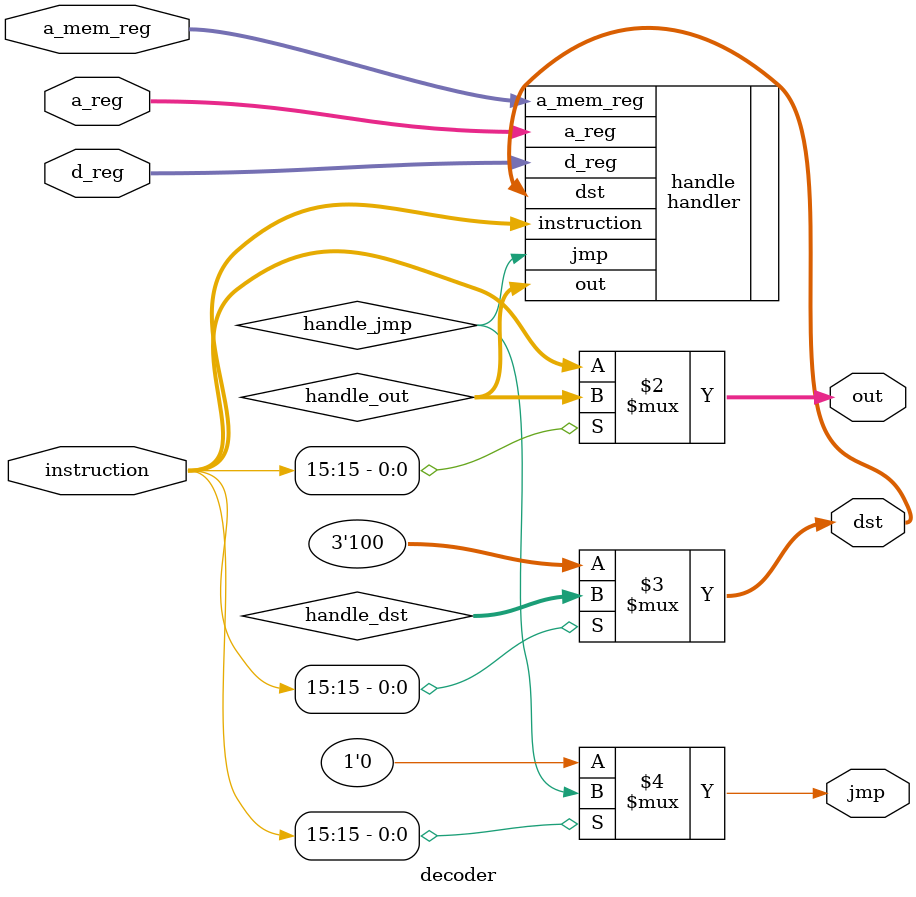
<source format=sv>
module decoder (
    input logic [15:0] instruction,
    input logic [15:0] a_reg,
    input logic [15:0] d_reg,
    input logic [15:0] a_mem_reg,
    output logic [15:0] out,
    output logic jmp,
    output logic [2:0] dst
);

logic [15:0] handle_out;
logic [2:0] handle_dst;
logic handle_jmp;

handler handle (
    .instruction(instruction),
    .a_reg(a_reg),
    .d_reg(d_reg),
    .a_mem_reg(a_mem_reg),
    .out(handle_out),
    .jmp(handle_jmp),
    .dst(dst)
);

always_comb begin
    out = instruction[15] ? handle_out : instruction;
    dst = instruction[15] ? handle_dst : 3'b100;
    jmp = instruction[15] ? handle_jmp : 1'b0;
end

endmodule
</source>
